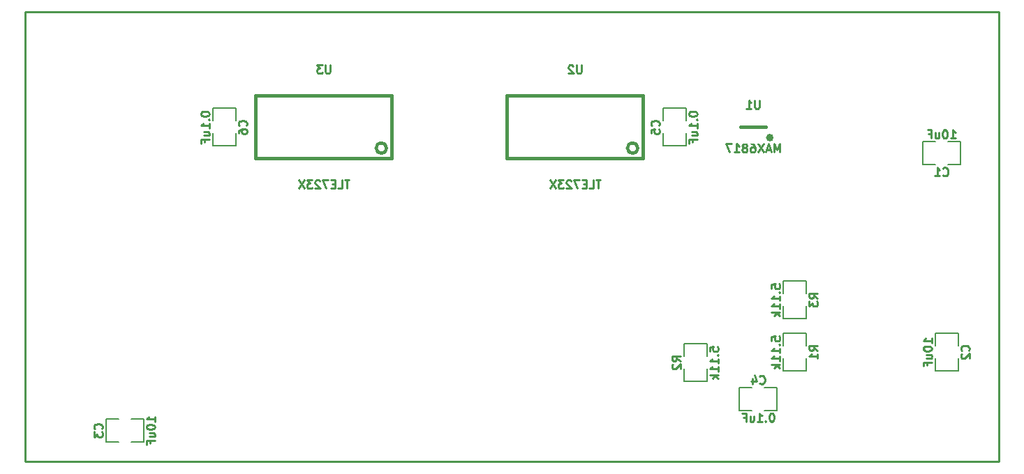
<source format=gbo>
G04 #@! TF.FileFunction,Legend,Bot*
%FSLAX46Y46*%
G04 Gerber Fmt 4.6, Leading zero omitted, Abs format (unit mm)*
G04 Created by KiCad (PCBNEW 0.201501052116+5352~20~ubuntu14.04.1-product) date Thu 08 Jan 2015 03:37:31 PM EST*
%MOMM*%
G01*
G04 APERTURE LIST*
%ADD10C,0.100000*%
%ADD11C,0.228600*%
%ADD12C,0.127000*%
%ADD13C,0.381000*%
%ADD14C,0.254000*%
%ADD15R,2.540000X1.270000*%
%ADD16R,1.270000X2.540000*%
%ADD17R,0.762000X1.534160*%
%ADD18O,1.854200X2.540000*%
%ADD19R,1.854200X2.540000*%
%ADD20C,1.930400*%
%ADD21O,4.572000X3.556000*%
%ADD22O,4.064000X5.080000*%
%ADD23O,5.080000X3.556000*%
%ADD24O,2.540000X1.524000*%
%ADD25R,0.381000X1.270000*%
%ADD26C,3.937000*%
%ADD27O,1.524000X2.540000*%
%ADD28O,5.080000X3.048000*%
%ADD29O,2.032000X1.524000*%
%ADD30O,1.524000X2.032000*%
%ADD31R,1.524000X2.032000*%
%ADD32O,3.810000X2.540000*%
G04 APERTURE END LIST*
D10*
D11*
X211455000Y-75565000D02*
X93345000Y-75565000D01*
X211455000Y-130175000D02*
X211455000Y-75565000D01*
X93345000Y-130175000D02*
X211455000Y-130175000D01*
X93345000Y-75565000D02*
X93345000Y-130175000D01*
D12*
X173228000Y-117348000D02*
X173228000Y-115824000D01*
X173228000Y-115824000D02*
X176022000Y-115824000D01*
X176022000Y-115824000D02*
X176022000Y-117348000D01*
X176022000Y-118872000D02*
X176022000Y-120396000D01*
X176022000Y-120396000D02*
X173228000Y-120396000D01*
X173228000Y-120396000D02*
X173228000Y-118872000D01*
X188087000Y-117602000D02*
X188087000Y-119126000D01*
X188087000Y-119126000D02*
X185293000Y-119126000D01*
X185293000Y-119126000D02*
X185293000Y-117602000D01*
X185293000Y-116078000D02*
X185293000Y-114554000D01*
X185293000Y-114554000D02*
X188087000Y-114554000D01*
X188087000Y-114554000D02*
X188087000Y-116078000D01*
X118872000Y-90297000D02*
X118872000Y-91821000D01*
X118872000Y-91821000D02*
X116078000Y-91821000D01*
X116078000Y-91821000D02*
X116078000Y-90297000D01*
X116078000Y-88773000D02*
X116078000Y-87249000D01*
X116078000Y-87249000D02*
X118872000Y-87249000D01*
X118872000Y-87249000D02*
X118872000Y-88773000D01*
X170688000Y-88773000D02*
X170688000Y-87249000D01*
X170688000Y-87249000D02*
X173482000Y-87249000D01*
X173482000Y-87249000D02*
X173482000Y-88773000D01*
X173482000Y-90297000D02*
X173482000Y-91821000D01*
X173482000Y-91821000D02*
X170688000Y-91821000D01*
X170688000Y-91821000D02*
X170688000Y-90297000D01*
X183007000Y-121158000D02*
X184531000Y-121158000D01*
X184531000Y-121158000D02*
X184531000Y-123952000D01*
X184531000Y-123952000D02*
X183007000Y-123952000D01*
X181483000Y-123952000D02*
X179959000Y-123952000D01*
X179959000Y-123952000D02*
X179959000Y-121158000D01*
X179959000Y-121158000D02*
X181483000Y-121158000D01*
X106172000Y-124968000D02*
X107696000Y-124968000D01*
X107696000Y-124968000D02*
X107696000Y-127762000D01*
X107696000Y-127762000D02*
X106172000Y-127762000D01*
X104648000Y-127762000D02*
X103124000Y-127762000D01*
X103124000Y-127762000D02*
X103124000Y-124968000D01*
X103124000Y-124968000D02*
X104648000Y-124968000D01*
X206502000Y-117602000D02*
X206502000Y-119126000D01*
X206502000Y-119126000D02*
X203708000Y-119126000D01*
X203708000Y-119126000D02*
X203708000Y-117602000D01*
X203708000Y-116078000D02*
X203708000Y-114554000D01*
X203708000Y-114554000D02*
X206502000Y-114554000D01*
X206502000Y-114554000D02*
X206502000Y-116078000D01*
X203708000Y-94107000D02*
X202184000Y-94107000D01*
X202184000Y-94107000D02*
X202184000Y-91313000D01*
X202184000Y-91313000D02*
X203708000Y-91313000D01*
X205232000Y-91313000D02*
X206756000Y-91313000D01*
X206756000Y-91313000D02*
X206756000Y-94107000D01*
X206756000Y-94107000D02*
X205232000Y-94107000D01*
D13*
X183134000Y-89535000D02*
X180086000Y-89535000D01*
X183896000Y-90805000D02*
G75*
G03X183896000Y-90805000I-254000J0D01*
G01*
X167640000Y-92075000D02*
G75*
G03X167640000Y-92075000I-635000J0D01*
G01*
X168275000Y-85725000D02*
X168275000Y-93345000D01*
X168275000Y-93345000D02*
X151765000Y-93345000D01*
X151765000Y-93345000D02*
X151765000Y-85725000D01*
X151765000Y-85725000D02*
X168275000Y-85725000D01*
X137160000Y-92075000D02*
G75*
G03X137160000Y-92075000I-635000J0D01*
G01*
X137795000Y-85725000D02*
X137795000Y-93345000D01*
X137795000Y-93345000D02*
X121285000Y-93345000D01*
X121285000Y-93345000D02*
X121285000Y-85725000D01*
X121285000Y-85725000D02*
X137795000Y-85725000D01*
D12*
X188087000Y-111252000D02*
X188087000Y-112776000D01*
X188087000Y-112776000D02*
X185293000Y-112776000D01*
X185293000Y-112776000D02*
X185293000Y-111252000D01*
X185293000Y-109728000D02*
X185293000Y-108204000D01*
X185293000Y-108204000D02*
X188087000Y-108204000D01*
X188087000Y-108204000D02*
X188087000Y-109728000D01*
D14*
X172798619Y-117940667D02*
X172314810Y-117602001D01*
X172798619Y-117360096D02*
X171782619Y-117360096D01*
X171782619Y-117747143D01*
X171831000Y-117843905D01*
X171879381Y-117892286D01*
X171976143Y-117940667D01*
X172121286Y-117940667D01*
X172218048Y-117892286D01*
X172266429Y-117843905D01*
X172314810Y-117747143D01*
X172314810Y-117360096D01*
X171879381Y-118327715D02*
X171831000Y-118376096D01*
X171782619Y-118472858D01*
X171782619Y-118714762D01*
X171831000Y-118811524D01*
X171879381Y-118859905D01*
X171976143Y-118908286D01*
X172072905Y-118908286D01*
X172218048Y-118859905D01*
X172798619Y-118279334D01*
X172798619Y-118908286D01*
X176354619Y-116731143D02*
X176354619Y-116247334D01*
X176838429Y-116198953D01*
X176790048Y-116247334D01*
X176741667Y-116344096D01*
X176741667Y-116586000D01*
X176790048Y-116682762D01*
X176838429Y-116731143D01*
X176935190Y-116779524D01*
X177177095Y-116779524D01*
X177273857Y-116731143D01*
X177322238Y-116682762D01*
X177370619Y-116586000D01*
X177370619Y-116344096D01*
X177322238Y-116247334D01*
X177273857Y-116198953D01*
X177273857Y-117214953D02*
X177322238Y-117263334D01*
X177370619Y-117214953D01*
X177322238Y-117166572D01*
X177273857Y-117214953D01*
X177370619Y-117214953D01*
X177370619Y-118230953D02*
X177370619Y-117650382D01*
X177370619Y-117940668D02*
X176354619Y-117940668D01*
X176499762Y-117843906D01*
X176596524Y-117747144D01*
X176644905Y-117650382D01*
X177370619Y-119198572D02*
X177370619Y-118618001D01*
X177370619Y-118908287D02*
X176354619Y-118908287D01*
X176499762Y-118811525D01*
X176596524Y-118714763D01*
X176644905Y-118618001D01*
X177370619Y-119634001D02*
X176354619Y-119634001D01*
X176983571Y-119730763D02*
X177370619Y-120021048D01*
X176693286Y-120021048D02*
X177080333Y-119634001D01*
X189435619Y-116670667D02*
X188951810Y-116332001D01*
X189435619Y-116090096D02*
X188419619Y-116090096D01*
X188419619Y-116477143D01*
X188468000Y-116573905D01*
X188516381Y-116622286D01*
X188613143Y-116670667D01*
X188758286Y-116670667D01*
X188855048Y-116622286D01*
X188903429Y-116573905D01*
X188951810Y-116477143D01*
X188951810Y-116090096D01*
X189435619Y-117638286D02*
X189435619Y-117057715D01*
X189435619Y-117348001D02*
X188419619Y-117348001D01*
X188564762Y-117251239D01*
X188661524Y-117154477D01*
X188709905Y-117057715D01*
X183847619Y-115461143D02*
X183847619Y-114977334D01*
X184331429Y-114928953D01*
X184283048Y-114977334D01*
X184234667Y-115074096D01*
X184234667Y-115316000D01*
X184283048Y-115412762D01*
X184331429Y-115461143D01*
X184428190Y-115509524D01*
X184670095Y-115509524D01*
X184766857Y-115461143D01*
X184815238Y-115412762D01*
X184863619Y-115316000D01*
X184863619Y-115074096D01*
X184815238Y-114977334D01*
X184766857Y-114928953D01*
X184766857Y-115944953D02*
X184815238Y-115993334D01*
X184863619Y-115944953D01*
X184815238Y-115896572D01*
X184766857Y-115944953D01*
X184863619Y-115944953D01*
X184863619Y-116960953D02*
X184863619Y-116380382D01*
X184863619Y-116670668D02*
X183847619Y-116670668D01*
X183992762Y-116573906D01*
X184089524Y-116477144D01*
X184137905Y-116380382D01*
X184863619Y-117928572D02*
X184863619Y-117348001D01*
X184863619Y-117638287D02*
X183847619Y-117638287D01*
X183992762Y-117541525D01*
X184089524Y-117444763D01*
X184137905Y-117348001D01*
X184863619Y-118364001D02*
X183847619Y-118364001D01*
X184476571Y-118460763D02*
X184863619Y-118751048D01*
X184186286Y-118751048D02*
X184573333Y-118364001D01*
X120123857Y-89365667D02*
X120172238Y-89317286D01*
X120220619Y-89172143D01*
X120220619Y-89075381D01*
X120172238Y-88930239D01*
X120075476Y-88833477D01*
X119978714Y-88785096D01*
X119785190Y-88736715D01*
X119640048Y-88736715D01*
X119446524Y-88785096D01*
X119349762Y-88833477D01*
X119253000Y-88930239D01*
X119204619Y-89075381D01*
X119204619Y-89172143D01*
X119253000Y-89317286D01*
X119301381Y-89365667D01*
X119204619Y-90236524D02*
X119204619Y-90043001D01*
X119253000Y-89946239D01*
X119301381Y-89897858D01*
X119446524Y-89801096D01*
X119640048Y-89752715D01*
X120027095Y-89752715D01*
X120123857Y-89801096D01*
X120172238Y-89849477D01*
X120220619Y-89946239D01*
X120220619Y-90139762D01*
X120172238Y-90236524D01*
X120123857Y-90284905D01*
X120027095Y-90333286D01*
X119785190Y-90333286D01*
X119688429Y-90284905D01*
X119640048Y-90236524D01*
X119591667Y-90139762D01*
X119591667Y-89946239D01*
X119640048Y-89849477D01*
X119688429Y-89801096D01*
X119785190Y-89752715D01*
X114632619Y-87865858D02*
X114632619Y-87962619D01*
X114681000Y-88059381D01*
X114729381Y-88107762D01*
X114826143Y-88156143D01*
X115019667Y-88204524D01*
X115261571Y-88204524D01*
X115455095Y-88156143D01*
X115551857Y-88107762D01*
X115600238Y-88059381D01*
X115648619Y-87962619D01*
X115648619Y-87865858D01*
X115600238Y-87769096D01*
X115551857Y-87720715D01*
X115455095Y-87672334D01*
X115261571Y-87623953D01*
X115019667Y-87623953D01*
X114826143Y-87672334D01*
X114729381Y-87720715D01*
X114681000Y-87769096D01*
X114632619Y-87865858D01*
X115551857Y-88639953D02*
X115600238Y-88688334D01*
X115648619Y-88639953D01*
X115600238Y-88591572D01*
X115551857Y-88639953D01*
X115648619Y-88639953D01*
X115648619Y-89655953D02*
X115648619Y-89075382D01*
X115648619Y-89365668D02*
X114632619Y-89365668D01*
X114777762Y-89268906D01*
X114874524Y-89172144D01*
X114922905Y-89075382D01*
X114971286Y-90526810D02*
X115648619Y-90526810D01*
X114971286Y-90091382D02*
X115503476Y-90091382D01*
X115600238Y-90139763D01*
X115648619Y-90236525D01*
X115648619Y-90381667D01*
X115600238Y-90478429D01*
X115551857Y-90526810D01*
X115116429Y-91349286D02*
X115116429Y-91010620D01*
X115648619Y-91010620D02*
X114632619Y-91010620D01*
X114632619Y-91494429D01*
X170161857Y-89365667D02*
X170210238Y-89317286D01*
X170258619Y-89172143D01*
X170258619Y-89075381D01*
X170210238Y-88930239D01*
X170113476Y-88833477D01*
X170016714Y-88785096D01*
X169823190Y-88736715D01*
X169678048Y-88736715D01*
X169484524Y-88785096D01*
X169387762Y-88833477D01*
X169291000Y-88930239D01*
X169242619Y-89075381D01*
X169242619Y-89172143D01*
X169291000Y-89317286D01*
X169339381Y-89365667D01*
X169242619Y-90284905D02*
X169242619Y-89801096D01*
X169726429Y-89752715D01*
X169678048Y-89801096D01*
X169629667Y-89897858D01*
X169629667Y-90139762D01*
X169678048Y-90236524D01*
X169726429Y-90284905D01*
X169823190Y-90333286D01*
X170065095Y-90333286D01*
X170161857Y-90284905D01*
X170210238Y-90236524D01*
X170258619Y-90139762D01*
X170258619Y-89897858D01*
X170210238Y-89801096D01*
X170161857Y-89752715D01*
X173814619Y-87865858D02*
X173814619Y-87962619D01*
X173863000Y-88059381D01*
X173911381Y-88107762D01*
X174008143Y-88156143D01*
X174201667Y-88204524D01*
X174443571Y-88204524D01*
X174637095Y-88156143D01*
X174733857Y-88107762D01*
X174782238Y-88059381D01*
X174830619Y-87962619D01*
X174830619Y-87865858D01*
X174782238Y-87769096D01*
X174733857Y-87720715D01*
X174637095Y-87672334D01*
X174443571Y-87623953D01*
X174201667Y-87623953D01*
X174008143Y-87672334D01*
X173911381Y-87720715D01*
X173863000Y-87769096D01*
X173814619Y-87865858D01*
X174733857Y-88639953D02*
X174782238Y-88688334D01*
X174830619Y-88639953D01*
X174782238Y-88591572D01*
X174733857Y-88639953D01*
X174830619Y-88639953D01*
X174830619Y-89655953D02*
X174830619Y-89075382D01*
X174830619Y-89365668D02*
X173814619Y-89365668D01*
X173959762Y-89268906D01*
X174056524Y-89172144D01*
X174104905Y-89075382D01*
X174153286Y-90526810D02*
X174830619Y-90526810D01*
X174153286Y-90091382D02*
X174685476Y-90091382D01*
X174782238Y-90139763D01*
X174830619Y-90236525D01*
X174830619Y-90381667D01*
X174782238Y-90478429D01*
X174733857Y-90526810D01*
X174298429Y-91349286D02*
X174298429Y-91010620D01*
X174830619Y-91010620D02*
X173814619Y-91010620D01*
X173814619Y-91494429D01*
X182414333Y-120631857D02*
X182462714Y-120680238D01*
X182607857Y-120728619D01*
X182704619Y-120728619D01*
X182849761Y-120680238D01*
X182946523Y-120583476D01*
X182994904Y-120486714D01*
X183043285Y-120293190D01*
X183043285Y-120148048D01*
X182994904Y-119954524D01*
X182946523Y-119857762D01*
X182849761Y-119761000D01*
X182704619Y-119712619D01*
X182607857Y-119712619D01*
X182462714Y-119761000D01*
X182414333Y-119809381D01*
X181543476Y-120051286D02*
X181543476Y-120728619D01*
X181785380Y-119664238D02*
X182027285Y-120389952D01*
X181398333Y-120389952D01*
X183914142Y-124284619D02*
X183817381Y-124284619D01*
X183720619Y-124333000D01*
X183672238Y-124381381D01*
X183623857Y-124478143D01*
X183575476Y-124671667D01*
X183575476Y-124913571D01*
X183623857Y-125107095D01*
X183672238Y-125203857D01*
X183720619Y-125252238D01*
X183817381Y-125300619D01*
X183914142Y-125300619D01*
X184010904Y-125252238D01*
X184059285Y-125203857D01*
X184107666Y-125107095D01*
X184156047Y-124913571D01*
X184156047Y-124671667D01*
X184107666Y-124478143D01*
X184059285Y-124381381D01*
X184010904Y-124333000D01*
X183914142Y-124284619D01*
X183140047Y-125203857D02*
X183091666Y-125252238D01*
X183140047Y-125300619D01*
X183188428Y-125252238D01*
X183140047Y-125203857D01*
X183140047Y-125300619D01*
X182124047Y-125300619D02*
X182704618Y-125300619D01*
X182414332Y-125300619D02*
X182414332Y-124284619D01*
X182511094Y-124429762D01*
X182607856Y-124526524D01*
X182704618Y-124574905D01*
X181253190Y-124623286D02*
X181253190Y-125300619D01*
X181688618Y-124623286D02*
X181688618Y-125155476D01*
X181640237Y-125252238D01*
X181543475Y-125300619D01*
X181398333Y-125300619D01*
X181301571Y-125252238D01*
X181253190Y-125203857D01*
X180430714Y-124768429D02*
X180769380Y-124768429D01*
X180769380Y-125300619D02*
X180769380Y-124284619D01*
X180285571Y-124284619D01*
X102597857Y-126195667D02*
X102646238Y-126147286D01*
X102694619Y-126002143D01*
X102694619Y-125905381D01*
X102646238Y-125760239D01*
X102549476Y-125663477D01*
X102452714Y-125615096D01*
X102259190Y-125566715D01*
X102114048Y-125566715D01*
X101920524Y-125615096D01*
X101823762Y-125663477D01*
X101727000Y-125760239D01*
X101678619Y-125905381D01*
X101678619Y-126002143D01*
X101727000Y-126147286D01*
X101775381Y-126195667D01*
X101678619Y-126534334D02*
X101678619Y-127163286D01*
X102065667Y-126824620D01*
X102065667Y-126969762D01*
X102114048Y-127066524D01*
X102162429Y-127114905D01*
X102259190Y-127163286D01*
X102501095Y-127163286D01*
X102597857Y-127114905D01*
X102646238Y-127066524D01*
X102694619Y-126969762D01*
X102694619Y-126679477D01*
X102646238Y-126582715D01*
X102597857Y-126534334D01*
X109044619Y-125276429D02*
X109044619Y-124695858D01*
X109044619Y-124986144D02*
X108028619Y-124986144D01*
X108173762Y-124889382D01*
X108270524Y-124792620D01*
X108318905Y-124695858D01*
X108028619Y-125905382D02*
X108028619Y-126002143D01*
X108077000Y-126098905D01*
X108125381Y-126147286D01*
X108222143Y-126195667D01*
X108415667Y-126244048D01*
X108657571Y-126244048D01*
X108851095Y-126195667D01*
X108947857Y-126147286D01*
X108996238Y-126098905D01*
X109044619Y-126002143D01*
X109044619Y-125905382D01*
X108996238Y-125808620D01*
X108947857Y-125760239D01*
X108851095Y-125711858D01*
X108657571Y-125663477D01*
X108415667Y-125663477D01*
X108222143Y-125711858D01*
X108125381Y-125760239D01*
X108077000Y-125808620D01*
X108028619Y-125905382D01*
X108367286Y-127114905D02*
X109044619Y-127114905D01*
X108367286Y-126679477D02*
X108899476Y-126679477D01*
X108996238Y-126727858D01*
X109044619Y-126824620D01*
X109044619Y-126969762D01*
X108996238Y-127066524D01*
X108947857Y-127114905D01*
X108512429Y-127937381D02*
X108512429Y-127598715D01*
X109044619Y-127598715D02*
X108028619Y-127598715D01*
X108028619Y-128082524D01*
X207753857Y-116670667D02*
X207802238Y-116622286D01*
X207850619Y-116477143D01*
X207850619Y-116380381D01*
X207802238Y-116235239D01*
X207705476Y-116138477D01*
X207608714Y-116090096D01*
X207415190Y-116041715D01*
X207270048Y-116041715D01*
X207076524Y-116090096D01*
X206979762Y-116138477D01*
X206883000Y-116235239D01*
X206834619Y-116380381D01*
X206834619Y-116477143D01*
X206883000Y-116622286D01*
X206931381Y-116670667D01*
X206931381Y-117057715D02*
X206883000Y-117106096D01*
X206834619Y-117202858D01*
X206834619Y-117444762D01*
X206883000Y-117541524D01*
X206931381Y-117589905D01*
X207028143Y-117638286D01*
X207124905Y-117638286D01*
X207270048Y-117589905D01*
X207850619Y-117009334D01*
X207850619Y-117638286D01*
X203278619Y-115751429D02*
X203278619Y-115170858D01*
X203278619Y-115461144D02*
X202262619Y-115461144D01*
X202407762Y-115364382D01*
X202504524Y-115267620D01*
X202552905Y-115170858D01*
X202262619Y-116380382D02*
X202262619Y-116477143D01*
X202311000Y-116573905D01*
X202359381Y-116622286D01*
X202456143Y-116670667D01*
X202649667Y-116719048D01*
X202891571Y-116719048D01*
X203085095Y-116670667D01*
X203181857Y-116622286D01*
X203230238Y-116573905D01*
X203278619Y-116477143D01*
X203278619Y-116380382D01*
X203230238Y-116283620D01*
X203181857Y-116235239D01*
X203085095Y-116186858D01*
X202891571Y-116138477D01*
X202649667Y-116138477D01*
X202456143Y-116186858D01*
X202359381Y-116235239D01*
X202311000Y-116283620D01*
X202262619Y-116380382D01*
X202601286Y-117589905D02*
X203278619Y-117589905D01*
X202601286Y-117154477D02*
X203133476Y-117154477D01*
X203230238Y-117202858D01*
X203278619Y-117299620D01*
X203278619Y-117444762D01*
X203230238Y-117541524D01*
X203181857Y-117589905D01*
X202746429Y-118412381D02*
X202746429Y-118073715D01*
X203278619Y-118073715D02*
X202262619Y-118073715D01*
X202262619Y-118557524D01*
X204639333Y-95358857D02*
X204687714Y-95407238D01*
X204832857Y-95455619D01*
X204929619Y-95455619D01*
X205074761Y-95407238D01*
X205171523Y-95310476D01*
X205219904Y-95213714D01*
X205268285Y-95020190D01*
X205268285Y-94875048D01*
X205219904Y-94681524D01*
X205171523Y-94584762D01*
X205074761Y-94488000D01*
X204929619Y-94439619D01*
X204832857Y-94439619D01*
X204687714Y-94488000D01*
X204639333Y-94536381D01*
X203671714Y-95455619D02*
X204252285Y-95455619D01*
X203961999Y-95455619D02*
X203961999Y-94439619D01*
X204058761Y-94584762D01*
X204155523Y-94681524D01*
X204252285Y-94729905D01*
X205558571Y-90883619D02*
X206139142Y-90883619D01*
X205848856Y-90883619D02*
X205848856Y-89867619D01*
X205945618Y-90012762D01*
X206042380Y-90109524D01*
X206139142Y-90157905D01*
X204929618Y-89867619D02*
X204832857Y-89867619D01*
X204736095Y-89916000D01*
X204687714Y-89964381D01*
X204639333Y-90061143D01*
X204590952Y-90254667D01*
X204590952Y-90496571D01*
X204639333Y-90690095D01*
X204687714Y-90786857D01*
X204736095Y-90835238D01*
X204832857Y-90883619D01*
X204929618Y-90883619D01*
X205026380Y-90835238D01*
X205074761Y-90786857D01*
X205123142Y-90690095D01*
X205171523Y-90496571D01*
X205171523Y-90254667D01*
X205123142Y-90061143D01*
X205074761Y-89964381D01*
X205026380Y-89916000D01*
X204929618Y-89867619D01*
X203720095Y-90206286D02*
X203720095Y-90883619D01*
X204155523Y-90206286D02*
X204155523Y-90738476D01*
X204107142Y-90835238D01*
X204010380Y-90883619D01*
X203865238Y-90883619D01*
X203768476Y-90835238D01*
X203720095Y-90786857D01*
X202897619Y-90351429D02*
X203236285Y-90351429D01*
X203236285Y-90883619D02*
X203236285Y-89867619D01*
X202752476Y-89867619D01*
X182384095Y-86260819D02*
X182384095Y-87083295D01*
X182335714Y-87180057D01*
X182287333Y-87228438D01*
X182190571Y-87276819D01*
X181997048Y-87276819D01*
X181900286Y-87228438D01*
X181851905Y-87180057D01*
X181803524Y-87083295D01*
X181803524Y-86260819D01*
X180787524Y-87276819D02*
X181368095Y-87276819D01*
X181077809Y-87276819D02*
X181077809Y-86260819D01*
X181174571Y-86405962D01*
X181271333Y-86502724D01*
X181368095Y-86551105D01*
X184803142Y-92585419D02*
X184803142Y-91569419D01*
X184464476Y-92295133D01*
X184125809Y-91569419D01*
X184125809Y-92585419D01*
X183690380Y-92295133D02*
X183206571Y-92295133D01*
X183787142Y-92585419D02*
X183448475Y-91569419D01*
X183109809Y-92585419D01*
X182867904Y-91569419D02*
X182190571Y-92585419D01*
X182190571Y-91569419D02*
X182867904Y-92585419D01*
X181368095Y-91569419D02*
X181561618Y-91569419D01*
X181658380Y-91617800D01*
X181706761Y-91666181D01*
X181803523Y-91811324D01*
X181851904Y-92004848D01*
X181851904Y-92391895D01*
X181803523Y-92488657D01*
X181755142Y-92537038D01*
X181658380Y-92585419D01*
X181464857Y-92585419D01*
X181368095Y-92537038D01*
X181319714Y-92488657D01*
X181271333Y-92391895D01*
X181271333Y-92149990D01*
X181319714Y-92053229D01*
X181368095Y-92004848D01*
X181464857Y-91956467D01*
X181658380Y-91956467D01*
X181755142Y-92004848D01*
X181803523Y-92053229D01*
X181851904Y-92149990D01*
X180690761Y-92004848D02*
X180787523Y-91956467D01*
X180835904Y-91908086D01*
X180884285Y-91811324D01*
X180884285Y-91762943D01*
X180835904Y-91666181D01*
X180787523Y-91617800D01*
X180690761Y-91569419D01*
X180497238Y-91569419D01*
X180400476Y-91617800D01*
X180352095Y-91666181D01*
X180303714Y-91762943D01*
X180303714Y-91811324D01*
X180352095Y-91908086D01*
X180400476Y-91956467D01*
X180497238Y-92004848D01*
X180690761Y-92004848D01*
X180787523Y-92053229D01*
X180835904Y-92101610D01*
X180884285Y-92198371D01*
X180884285Y-92391895D01*
X180835904Y-92488657D01*
X180787523Y-92537038D01*
X180690761Y-92585419D01*
X180497238Y-92585419D01*
X180400476Y-92537038D01*
X180352095Y-92488657D01*
X180303714Y-92391895D01*
X180303714Y-92198371D01*
X180352095Y-92101610D01*
X180400476Y-92053229D01*
X180497238Y-92004848D01*
X179336095Y-92585419D02*
X179916666Y-92585419D01*
X179626380Y-92585419D02*
X179626380Y-91569419D01*
X179723142Y-91714562D01*
X179819904Y-91811324D01*
X179916666Y-91859705D01*
X178997428Y-91569419D02*
X178320095Y-91569419D01*
X178755523Y-92585419D01*
X160794095Y-81993619D02*
X160794095Y-82816095D01*
X160745714Y-82912857D01*
X160697333Y-82961238D01*
X160600571Y-83009619D01*
X160407048Y-83009619D01*
X160310286Y-82961238D01*
X160261905Y-82912857D01*
X160213524Y-82816095D01*
X160213524Y-81993619D01*
X159778095Y-82090381D02*
X159729714Y-82042000D01*
X159632952Y-81993619D01*
X159391048Y-81993619D01*
X159294286Y-82042000D01*
X159245905Y-82090381D01*
X159197524Y-82187143D01*
X159197524Y-82283905D01*
X159245905Y-82429048D01*
X159826476Y-83009619D01*
X159197524Y-83009619D01*
X163116380Y-95963619D02*
X162535809Y-95963619D01*
X162826094Y-96979619D02*
X162826094Y-95963619D01*
X161713333Y-96979619D02*
X162197142Y-96979619D01*
X162197142Y-95963619D01*
X161374666Y-96447429D02*
X161036000Y-96447429D01*
X160890857Y-96979619D02*
X161374666Y-96979619D01*
X161374666Y-95963619D01*
X160890857Y-95963619D01*
X160552190Y-95963619D02*
X159874857Y-95963619D01*
X160310285Y-96979619D01*
X159536190Y-96060381D02*
X159487809Y-96012000D01*
X159391047Y-95963619D01*
X159149143Y-95963619D01*
X159052381Y-96012000D01*
X159004000Y-96060381D01*
X158955619Y-96157143D01*
X158955619Y-96253905D01*
X159004000Y-96399048D01*
X159584571Y-96979619D01*
X158955619Y-96979619D01*
X158616952Y-95963619D02*
X157988000Y-95963619D01*
X158326666Y-96350667D01*
X158181524Y-96350667D01*
X158084762Y-96399048D01*
X158036381Y-96447429D01*
X157988000Y-96544190D01*
X157988000Y-96786095D01*
X158036381Y-96882857D01*
X158084762Y-96931238D01*
X158181524Y-96979619D01*
X158471809Y-96979619D01*
X158568571Y-96931238D01*
X158616952Y-96882857D01*
X157649333Y-95963619D02*
X156972000Y-96979619D01*
X156972000Y-95963619D02*
X157649333Y-96979619D01*
X130314095Y-81993619D02*
X130314095Y-82816095D01*
X130265714Y-82912857D01*
X130217333Y-82961238D01*
X130120571Y-83009619D01*
X129927048Y-83009619D01*
X129830286Y-82961238D01*
X129781905Y-82912857D01*
X129733524Y-82816095D01*
X129733524Y-81993619D01*
X129346476Y-81993619D02*
X128717524Y-81993619D01*
X129056190Y-82380667D01*
X128911048Y-82380667D01*
X128814286Y-82429048D01*
X128765905Y-82477429D01*
X128717524Y-82574190D01*
X128717524Y-82816095D01*
X128765905Y-82912857D01*
X128814286Y-82961238D01*
X128911048Y-83009619D01*
X129201333Y-83009619D01*
X129298095Y-82961238D01*
X129346476Y-82912857D01*
X132636380Y-95963619D02*
X132055809Y-95963619D01*
X132346094Y-96979619D02*
X132346094Y-95963619D01*
X131233333Y-96979619D02*
X131717142Y-96979619D01*
X131717142Y-95963619D01*
X130894666Y-96447429D02*
X130556000Y-96447429D01*
X130410857Y-96979619D02*
X130894666Y-96979619D01*
X130894666Y-95963619D01*
X130410857Y-95963619D01*
X130072190Y-95963619D02*
X129394857Y-95963619D01*
X129830285Y-96979619D01*
X129056190Y-96060381D02*
X129007809Y-96012000D01*
X128911047Y-95963619D01*
X128669143Y-95963619D01*
X128572381Y-96012000D01*
X128524000Y-96060381D01*
X128475619Y-96157143D01*
X128475619Y-96253905D01*
X128524000Y-96399048D01*
X129104571Y-96979619D01*
X128475619Y-96979619D01*
X128136952Y-95963619D02*
X127508000Y-95963619D01*
X127846666Y-96350667D01*
X127701524Y-96350667D01*
X127604762Y-96399048D01*
X127556381Y-96447429D01*
X127508000Y-96544190D01*
X127508000Y-96786095D01*
X127556381Y-96882857D01*
X127604762Y-96931238D01*
X127701524Y-96979619D01*
X127991809Y-96979619D01*
X128088571Y-96931238D01*
X128136952Y-96882857D01*
X127169333Y-95963619D02*
X126492000Y-96979619D01*
X126492000Y-95963619D02*
X127169333Y-96979619D01*
X189435619Y-110320667D02*
X188951810Y-109982001D01*
X189435619Y-109740096D02*
X188419619Y-109740096D01*
X188419619Y-110127143D01*
X188468000Y-110223905D01*
X188516381Y-110272286D01*
X188613143Y-110320667D01*
X188758286Y-110320667D01*
X188855048Y-110272286D01*
X188903429Y-110223905D01*
X188951810Y-110127143D01*
X188951810Y-109740096D01*
X188419619Y-110659334D02*
X188419619Y-111288286D01*
X188806667Y-110949620D01*
X188806667Y-111094762D01*
X188855048Y-111191524D01*
X188903429Y-111239905D01*
X189000190Y-111288286D01*
X189242095Y-111288286D01*
X189338857Y-111239905D01*
X189387238Y-111191524D01*
X189435619Y-111094762D01*
X189435619Y-110804477D01*
X189387238Y-110707715D01*
X189338857Y-110659334D01*
X183847619Y-109111143D02*
X183847619Y-108627334D01*
X184331429Y-108578953D01*
X184283048Y-108627334D01*
X184234667Y-108724096D01*
X184234667Y-108966000D01*
X184283048Y-109062762D01*
X184331429Y-109111143D01*
X184428190Y-109159524D01*
X184670095Y-109159524D01*
X184766857Y-109111143D01*
X184815238Y-109062762D01*
X184863619Y-108966000D01*
X184863619Y-108724096D01*
X184815238Y-108627334D01*
X184766857Y-108578953D01*
X184766857Y-109594953D02*
X184815238Y-109643334D01*
X184863619Y-109594953D01*
X184815238Y-109546572D01*
X184766857Y-109594953D01*
X184863619Y-109594953D01*
X184863619Y-110610953D02*
X184863619Y-110030382D01*
X184863619Y-110320668D02*
X183847619Y-110320668D01*
X183992762Y-110223906D01*
X184089524Y-110127144D01*
X184137905Y-110030382D01*
X184863619Y-111578572D02*
X184863619Y-110998001D01*
X184863619Y-111288287D02*
X183847619Y-111288287D01*
X183992762Y-111191525D01*
X184089524Y-111094763D01*
X184137905Y-110998001D01*
X184863619Y-112014001D02*
X183847619Y-112014001D01*
X184476571Y-112110763D02*
X184863619Y-112401048D01*
X184186286Y-112401048D02*
X184573333Y-112014001D01*
%LPC*%
D15*
X174625000Y-116586000D03*
X174625000Y-119634000D03*
X186690000Y-118364000D03*
X186690000Y-115316000D03*
X117475000Y-91059000D03*
X117475000Y-88011000D03*
X172085000Y-88011000D03*
X172085000Y-91059000D03*
D16*
X183769000Y-122555000D03*
X180721000Y-122555000D03*
X106934000Y-126365000D03*
X103886000Y-126365000D03*
D15*
X205105000Y-118364000D03*
X205105000Y-115316000D03*
D16*
X202946000Y-92710000D03*
X205994000Y-92710000D03*
D17*
X182559960Y-90733880D03*
X181610000Y-90733880D03*
X180660040Y-90733880D03*
X180660040Y-88336120D03*
X181610000Y-88336120D03*
X182559960Y-88336120D03*
D18*
X104140000Y-121920000D03*
X106680000Y-121920000D03*
D19*
X101600000Y-121920000D03*
D20*
X208457800Y-102870000D03*
D21*
X204952600Y-102870000D03*
D22*
X199466200Y-102870000D03*
D23*
X206451200Y-98374200D03*
X206451200Y-107365800D03*
D24*
X200025000Y-115570000D03*
X200025000Y-118110000D03*
X200025000Y-113030000D03*
D25*
X160655000Y-94615000D03*
X161925000Y-94615000D03*
X163195000Y-94615000D03*
X164465000Y-94615000D03*
X165735000Y-94615000D03*
X167005000Y-94615000D03*
X159385000Y-94615000D03*
X158115000Y-94615000D03*
X156845000Y-94615000D03*
X155575000Y-94615000D03*
X154305000Y-94615000D03*
X153035000Y-94615000D03*
X153035000Y-84455000D03*
X154305000Y-84455000D03*
X155575000Y-84455000D03*
X156845000Y-84455000D03*
X158115000Y-84455000D03*
X159385000Y-84455000D03*
X160655000Y-84455000D03*
X161925000Y-84455000D03*
X163195000Y-84455000D03*
X164465000Y-84455000D03*
X165735000Y-84455000D03*
X167005000Y-84455000D03*
X130175000Y-94615000D03*
X131445000Y-94615000D03*
X132715000Y-94615000D03*
X133985000Y-94615000D03*
X135255000Y-94615000D03*
X136525000Y-94615000D03*
X128905000Y-94615000D03*
X127635000Y-94615000D03*
X126365000Y-94615000D03*
X125095000Y-94615000D03*
X123825000Y-94615000D03*
X122555000Y-94615000D03*
X122555000Y-84455000D03*
X123825000Y-84455000D03*
X125095000Y-84455000D03*
X126365000Y-84455000D03*
X127635000Y-84455000D03*
X128905000Y-84455000D03*
X130175000Y-84455000D03*
X131445000Y-84455000D03*
X132715000Y-84455000D03*
X133985000Y-84455000D03*
X135255000Y-84455000D03*
X136525000Y-84455000D03*
D26*
X111760000Y-127000000D03*
X113030000Y-78740000D03*
X194310000Y-127000000D03*
X187960000Y-78740000D03*
D27*
X125730000Y-127000000D03*
X128270000Y-127000000D03*
X130810000Y-127000000D03*
X133350000Y-127000000D03*
X135890000Y-127000000D03*
X138430000Y-127000000D03*
X140970000Y-127000000D03*
X143510000Y-127000000D03*
X148590000Y-127000000D03*
X151130000Y-127000000D03*
X153670000Y-127000000D03*
X156210000Y-127000000D03*
X158750000Y-127000000D03*
X161290000Y-127000000D03*
X163830000Y-127000000D03*
X166370000Y-127000000D03*
X171450000Y-127000000D03*
X173990000Y-127000000D03*
X176530000Y-127000000D03*
X179070000Y-127000000D03*
X181610000Y-127000000D03*
X184150000Y-127000000D03*
X186690000Y-127000000D03*
X189230000Y-127000000D03*
X116586000Y-78740000D03*
X119126000Y-78740000D03*
X121666000Y-78740000D03*
X124206000Y-78740000D03*
X126746000Y-78740000D03*
X129286000Y-78740000D03*
X131826000Y-78740000D03*
X134366000Y-78740000D03*
X136906000Y-78740000D03*
X139446000Y-78740000D03*
X143510000Y-78740000D03*
X161290000Y-78740000D03*
X158750000Y-78740000D03*
X156210000Y-78740000D03*
X153670000Y-78740000D03*
X151130000Y-78740000D03*
X148590000Y-78740000D03*
X146050000Y-78740000D03*
X166370000Y-78740000D03*
X168910000Y-78740000D03*
X171450000Y-78740000D03*
X173990000Y-78740000D03*
X176530000Y-78740000D03*
X179070000Y-78740000D03*
X181610000Y-78740000D03*
X184150000Y-78740000D03*
X191770000Y-78232000D03*
X194310000Y-78232000D03*
D24*
X191262000Y-81280000D03*
X194818000Y-81280000D03*
X191262000Y-83820000D03*
X194818000Y-83820000D03*
X191262000Y-86360000D03*
X194818000Y-86360000D03*
X191262000Y-88900000D03*
X194818000Y-88900000D03*
X191262000Y-91440000D03*
X194818000Y-91440000D03*
X191262000Y-93980000D03*
X194818000Y-93980000D03*
X191262000Y-96520000D03*
X194818000Y-96520000D03*
X191262000Y-99060000D03*
X194818000Y-99060000D03*
X191262000Y-101600000D03*
X194818000Y-101600000D03*
X191262000Y-104140000D03*
X194818000Y-104140000D03*
X191262000Y-106680000D03*
X194818000Y-106680000D03*
X191262000Y-109220000D03*
X194818000Y-109220000D03*
X191262000Y-111760000D03*
X194818000Y-111760000D03*
X191262000Y-114300000D03*
X194818000Y-114300000D03*
X191262000Y-116840000D03*
X194818000Y-116840000D03*
X191262000Y-119380000D03*
X194818000Y-119380000D03*
X191262000Y-121920000D03*
X194818000Y-121920000D03*
D15*
X186690000Y-112014000D03*
X186690000Y-108966000D03*
D28*
X99060000Y-107950000D03*
X99060000Y-97790000D03*
D29*
X105156000Y-102870000D03*
D30*
X107950000Y-102870000D03*
X107950000Y-100076000D03*
X107950000Y-105664000D03*
X187325000Y-105410000D03*
X187325000Y-100330000D03*
X168910000Y-117475000D03*
X168910000Y-112395000D03*
X166370000Y-117475000D03*
X166370000Y-112395000D03*
X163830000Y-117475000D03*
X163830000Y-112395000D03*
X161290000Y-117475000D03*
X161290000Y-112395000D03*
X158750000Y-117475000D03*
X158750000Y-112395000D03*
X156210000Y-117475000D03*
X156210000Y-112395000D03*
X153670000Y-117475000D03*
X153670000Y-112395000D03*
X151130000Y-117475000D03*
X151130000Y-112395000D03*
X138430000Y-117475000D03*
X138430000Y-112395000D03*
X135890000Y-117475000D03*
X135890000Y-112395000D03*
X133350000Y-117475000D03*
X133350000Y-112395000D03*
X130810000Y-117475000D03*
X130810000Y-112395000D03*
X128270000Y-117475000D03*
X128270000Y-112395000D03*
X125730000Y-117475000D03*
X125730000Y-112395000D03*
X123190000Y-117475000D03*
X123190000Y-112395000D03*
X120650000Y-117475000D03*
X120650000Y-112395000D03*
D31*
X168910000Y-101346000D03*
D30*
X168910000Y-104394000D03*
X166370000Y-101346000D03*
X166370000Y-104394000D03*
X163830000Y-101346000D03*
X163830000Y-104394000D03*
X161290000Y-101346000D03*
X161290000Y-104394000D03*
X158750000Y-101346000D03*
X158750000Y-104394000D03*
X156210000Y-101346000D03*
X156210000Y-104394000D03*
X153670000Y-101346000D03*
X153670000Y-104394000D03*
X151130000Y-101346000D03*
X151130000Y-104394000D03*
D31*
X138430000Y-101346000D03*
D30*
X138430000Y-104394000D03*
X135890000Y-101346000D03*
X135890000Y-104394000D03*
X133350000Y-101346000D03*
X133350000Y-104394000D03*
X130810000Y-101346000D03*
X130810000Y-104394000D03*
X128270000Y-101346000D03*
X128270000Y-104394000D03*
X125730000Y-101346000D03*
X125730000Y-104394000D03*
X123190000Y-101346000D03*
X123190000Y-104394000D03*
X120650000Y-101346000D03*
X120650000Y-104394000D03*
D32*
X181610000Y-102870000D03*
X181610000Y-107569000D03*
M02*

</source>
